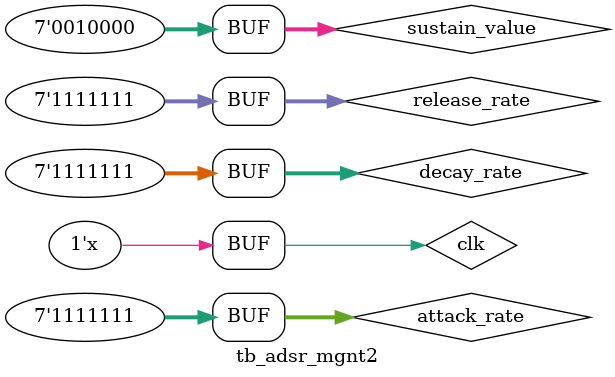
<source format=v>
`timescale 1ns / 1ps


module tb_adsr_mgnt2;

	// Inputs
	reg [6:0] sustain_value;
	reg [6:0] attack_rate;
	reg [6:0] decay_rate;
	reg [6:0] release_rate;
	reg [2:0] i_state;
	reg [17:0] i_volume;
	reg i_note_pressed;
	reg i_note_released;

   reg clk;

	// Outputs
	wire [2:0] o_state;
	wire o_note_pressed;
	wire o_note_released;
	wire [17:0] o_volume;

	// Instantiate the Unit Under Test (UUT)
	adsr_mngt2 uut (
		.sustain_value(sustain_value), 
		.attack_rate(attack_rate), 
		.decay_rate(decay_rate), 
		.release_rate(release_rate), 
		.i_state(i_state), 
		.i_volume(i_volume), 
		.i_note_pressed(i_note_pressed), 
		.i_note_released(i_note_released), 
		.o_state(o_state), 
		.o_note_pressed(o_note_pressed), 
		.o_note_released(o_note_released), 
		.o_volume(o_volume)
	);

   always begin
	  #50
	  clk <= ~clk;
	end

	initial begin
		// Initialize Inputs
		sustain_value = 7'h10;
		attack_rate = 7'h7f;
		decay_rate = 7'h7f;
		release_rate = 7'h7f;
		i_state = 0;
		i_volume = 0;
		i_note_pressed = 0;
		i_note_released = 0;
      clk = 0;

		// Wait 100 ns for global reset to finish
		#450;
      
		i_note_pressed = 1;
		#100
		i_note_pressed = 0;
       
      #800000
      i_note_released = 1;
      #100
      i_note_released = 0;		
		// Add stimulus here

	end

always @(posedge clk) begin

  i_state <= o_state;
  i_volume <= o_volume;
  i_note_pressed <= o_note_pressed;
  i_note_released <= o_note_released;

end


      
endmodule


</source>
